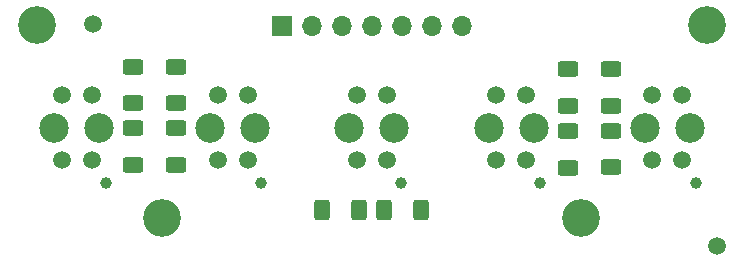
<source format=gbr>
%TF.GenerationSoftware,KiCad,Pcbnew,6.0.9-8da3e8f707~116~ubuntu22.04.1*%
%TF.CreationDate,2022-11-13T12:20:04+05:30*%
%TF.ProjectId,lsa,6c73612e-6b69-4636-9164-5f7063625858,rev?*%
%TF.SameCoordinates,Original*%
%TF.FileFunction,Soldermask,Bot*%
%TF.FilePolarity,Negative*%
%FSLAX46Y46*%
G04 Gerber Fmt 4.6, Leading zero omitted, Abs format (unit mm)*
G04 Created by KiCad (PCBNEW 6.0.9-8da3e8f707~116~ubuntu22.04.1) date 2022-11-13 12:20:04*
%MOMM*%
%LPD*%
G01*
G04 APERTURE LIST*
G04 Aperture macros list*
%AMRoundRect*
0 Rectangle with rounded corners*
0 $1 Rounding radius*
0 $2 $3 $4 $5 $6 $7 $8 $9 X,Y pos of 4 corners*
0 Add a 4 corners polygon primitive as box body*
4,1,4,$2,$3,$4,$5,$6,$7,$8,$9,$2,$3,0*
0 Add four circle primitives for the rounded corners*
1,1,$1+$1,$2,$3*
1,1,$1+$1,$4,$5*
1,1,$1+$1,$6,$7*
1,1,$1+$1,$8,$9*
0 Add four rect primitives between the rounded corners*
20,1,$1+$1,$2,$3,$4,$5,0*
20,1,$1+$1,$4,$5,$6,$7,0*
20,1,$1+$1,$6,$7,$8,$9,0*
20,1,$1+$1,$8,$9,$2,$3,0*%
G04 Aperture macros list end*
%ADD10C,3.200000*%
%ADD11R,1.700000X1.700000*%
%ADD12O,1.700000X1.700000*%
%ADD13C,2.500000*%
%ADD14C,1.000000*%
%ADD15C,1.500000*%
%ADD16RoundRect,0.250000X0.625000X-0.400000X0.625000X0.400000X-0.625000X0.400000X-0.625000X-0.400000X0*%
%ADD17RoundRect,0.250000X0.400000X0.625000X-0.400000X0.625000X-0.400000X-0.625000X0.400000X-0.625000X0*%
G04 APERTURE END LIST*
D10*
%TO.C,REF\u002A\u002A*%
X98460000Y-88220000D03*
%TD*%
%TO.C,REF\u002A\u002A*%
X144540000Y-71910000D03*
%TD*%
D11*
%TO.C,J1*%
X108575000Y-72000000D03*
D12*
X111115000Y-72000000D03*
X113655000Y-72000000D03*
X116195000Y-72000000D03*
X118735000Y-72000000D03*
X121275000Y-72000000D03*
X123815000Y-72000000D03*
%TD*%
D13*
%TO.C,U5*%
X93100000Y-80600000D03*
D14*
X93650000Y-85250000D03*
D13*
X89300000Y-80600000D03*
D15*
X89930000Y-77850000D03*
X92470000Y-77850000D03*
X89930000Y-83350000D03*
X92470000Y-83350000D03*
%TD*%
D14*
%TO.C,U3*%
X118650000Y-85250000D03*
D13*
X114300000Y-80600000D03*
X118100000Y-80600000D03*
D15*
X114930000Y-77850000D03*
X117470000Y-77850000D03*
X114930000Y-83350000D03*
X117470000Y-83350000D03*
%TD*%
D10*
%TO.C,REF\u002A\u002A*%
X133900000Y-88220000D03*
%TD*%
%TO.C,REF\u002A\u002A*%
X87810000Y-71910000D03*
%TD*%
D13*
%TO.C,U4*%
X106300000Y-80600000D03*
D14*
X106850000Y-85250000D03*
D13*
X102500000Y-80600000D03*
D15*
X103130000Y-77850000D03*
X105670000Y-77850000D03*
X103130000Y-83350000D03*
X105670000Y-83350000D03*
%TD*%
D14*
%TO.C,U2*%
X130450000Y-85250000D03*
D13*
X129900000Y-80600000D03*
X126100000Y-80600000D03*
D15*
X126730000Y-77850000D03*
X129270000Y-77850000D03*
X126730000Y-83350000D03*
X129270000Y-83350000D03*
%TD*%
D13*
%TO.C,U1*%
X143100000Y-80600000D03*
D14*
X143650000Y-85250000D03*
D13*
X139300000Y-80600000D03*
D15*
X139930000Y-77850000D03*
X142470000Y-77850000D03*
X139930000Y-83350000D03*
X142470000Y-83350000D03*
%TD*%
D16*
%TO.C,R7*%
X99600000Y-78550000D03*
X99600000Y-75450000D03*
%TD*%
%TO.C,R2*%
X136400000Y-83950000D03*
X136400000Y-80850000D03*
%TD*%
D17*
%TO.C,R5*%
X115100000Y-87600000D03*
X112000000Y-87600000D03*
%TD*%
D16*
%TO.C,R9*%
X96000000Y-78550000D03*
X96000000Y-75450000D03*
%TD*%
D15*
%TO.C,REF\u002A\u002A*%
X145440000Y-90610000D03*
%TD*%
D16*
%TO.C,R4*%
X132800000Y-84000000D03*
X132800000Y-80900000D03*
%TD*%
%TO.C,R3*%
X132800000Y-78750000D03*
X132800000Y-75650000D03*
%TD*%
%TO.C,R1*%
X136400000Y-78750000D03*
X136400000Y-75650000D03*
%TD*%
%TO.C,R8*%
X99600000Y-83750000D03*
X99600000Y-80650000D03*
%TD*%
D17*
%TO.C,R6*%
X120350000Y-87600000D03*
X117250000Y-87600000D03*
%TD*%
D16*
%TO.C,R10*%
X96000000Y-83750000D03*
X96000000Y-80650000D03*
%TD*%
D15*
%TO.C,REF\u002A\u002A*%
X92550000Y-71850000D03*
%TD*%
M02*

</source>
